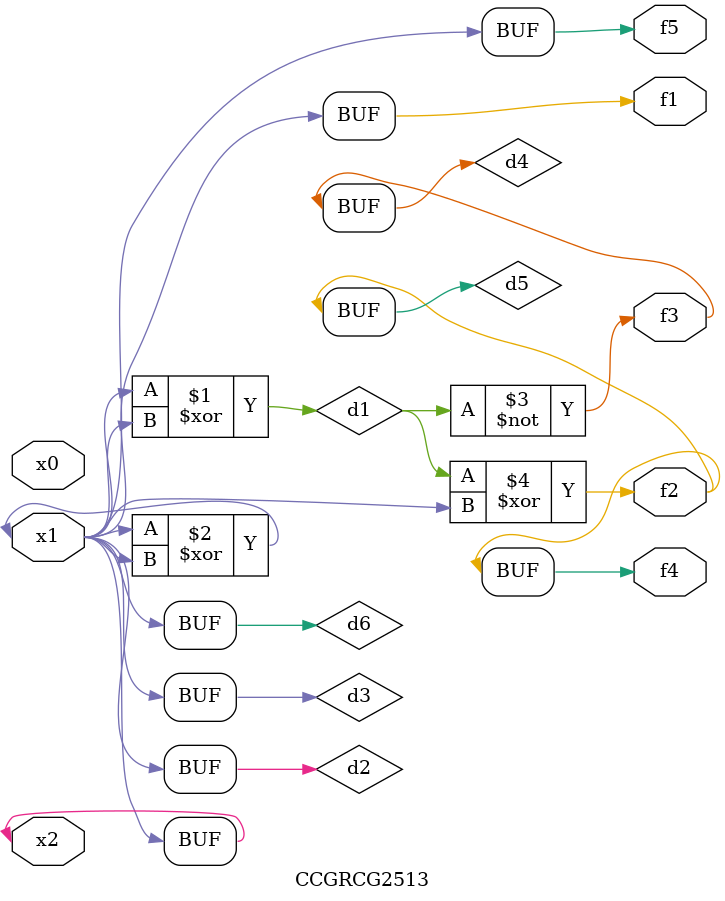
<source format=v>
module CCGRCG2513(
	input x0, x1, x2,
	output f1, f2, f3, f4, f5
);

	wire d1, d2, d3, d4, d5, d6;

	xor (d1, x1, x2);
	buf (d2, x1, x2);
	xor (d3, x1, x2);
	nor (d4, d1);
	xor (d5, d1, d2);
	buf (d6, d2, d3);
	assign f1 = d6;
	assign f2 = d5;
	assign f3 = d4;
	assign f4 = d5;
	assign f5 = d6;
endmodule

</source>
